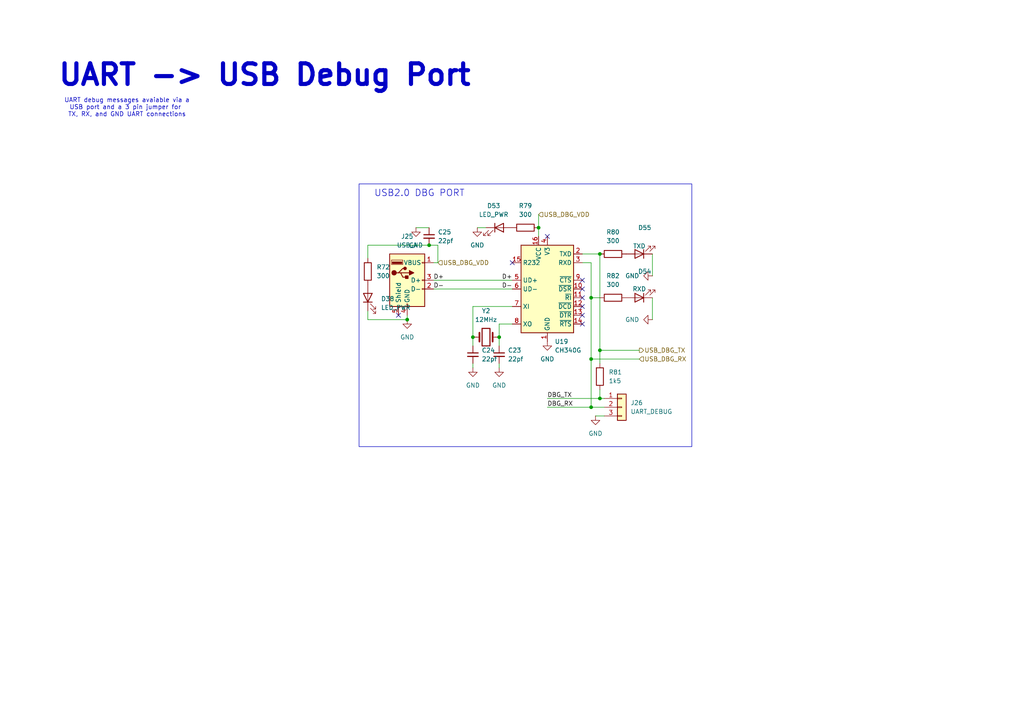
<source format=kicad_sch>
(kicad_sch (version 20250114) (generator "eeschema") (generator_version "9.0")
  (paper "A4")
  (title_block (date "2025-06") (rev "2"))
  (lib_symbols
    (symbol "Connector:USB_A" (pin_names (offset 1.016))
      (property "Reference" "J" (at -5.08 11.43 0))
      (property "Value" "USB_A" (at -5.08 8.89 0))
      (symbol "USB_A_0_1"
        (rectangle (start -5.08 -7.62) (end 5.08 7.62) (stroke (width 0.254)) (fill (type background)))
        (circle (center -3.81 2.159) (radius 0.635) (stroke (width 0.254)) (fill (type outline)))
        (polyline (pts (xy -3.175 2.159) (xy -2.54 2.159) (xy -1.27 3.429) (xy -0.635 3.429)) (stroke (width 0.254)))
        (polyline (pts (xy -2.54 2.159) (xy -1.905 2.159) (xy -1.27 0.889) (xy 0 0.889)) (stroke (width 0.254)))
        (rectangle (start -1.524 4.826) (end -4.318 5.334) (fill (type outline)))
        (rectangle (start -1.27 4.572) (end -4.572 5.842))
        (circle (center -0.635 3.429) (radius 0.381) (stroke (width 0.254)) (fill (type outline)))
        (rectangle (start -0.127 -7.62) (end 0.127 -6.858))
        (rectangle (start 0.254 1.27) (end -0.508 0.508) (stroke (width 0.254)) (fill (type outline)))
        (polyline (pts (xy 0.635 2.794) (xy 0.635 1.524) (xy 1.905 2.159) (xy 0.635 2.794)) (stroke (width 0.254)) (fill (type outline)))
        (rectangle (start 5.08 4.953) (end 4.318 5.207))
        (rectangle (start 5.08 -0.127) (end 4.318 0.127))
        (rectangle (start 5.08 -2.667) (end 4.318 -2.413))
      )
      (symbol "USB_A_1_1"
        (polyline (pts (xy -1.905 2.159) (xy 0.635 2.159)) (stroke (width 0.254)))
        (pin passive line (at -2.54 -10.16 90) (length 2.54) (name "Shield") (number "5"))
        (pin power_in line (at 0 -10.16 90) (length 2.54) (name "GND") (number "4"))
        (pin power_in line (at 7.62 5.08 180) (length 2.54) (name "VBUS") (number "1"))
        (pin bidirectional line (at 7.62 0 180) (length 2.54) (name "D+") (number "3"))
        (pin bidirectional line (at 7.62 -2.54 180) (length 2.54) (name "D-") (number "2"))
      )
    )
    (symbol "Connector_Generic:Conn_01x03" (pin_names (offset 1.016) (hide yes))
      (property "Reference" "J" (at 0 5.08 0))
      (property "Value" "Conn_01x03" (at 0 -5.08 0))
      (symbol "Conn_01x03_1_1"
        (rectangle (start -1.27 3.81) (end 1.27 -3.81) (stroke (width 0.254)) (fill (type background)))
        (rectangle (start -1.27 2.667) (end 0 2.413) (stroke (width 0.1524)))
        (rectangle (start -1.27 0.127) (end 0 -0.127) (stroke (width 0.1524)))
        (rectangle (start -1.27 -2.413) (end 0 -2.667) (stroke (width 0.1524)))
        (pin passive line (at -5.08 2.54 0) (length 3.81) (name "Pin_1") (number "1"))
        (pin passive line (at -5.08 0 0) (length 3.81) (name "Pin_2") (number "2"))
        (pin passive line (at -5.08 -2.54 0) (length 3.81) (name "Pin_3") (number "3"))
      )
    )
    (symbol "Device:C_Small" (pin_numbers (hide yes)) (pin_names (offset 0.254) (hide yes))
      (property "Reference" "C" (at 0.254 1.778 0))
      (property "Value" "C_Small" (at 0.254 -2.032 0))
      (symbol "C_Small_0_1"
        (polyline (pts (xy -1.524 0.508) (xy 1.524 0.508)) (stroke (width 0.3048)))
        (polyline (pts (xy -1.524 -0.508) (xy 1.524 -0.508)) (stroke (width 0.3302)))
      )
      (symbol "C_Small_1_1"
        (pin passive line (at 0 2.54 270) (length 2.032) (name "~") (number "1"))
        (pin passive line (at 0 -2.54 90) (length 2.032) (name "~") (number "2"))
      )
    )
    (symbol "Device:Crystal" (pin_numbers (hide yes)) (pin_names (offset 1.016) (hide yes))
      (property "Reference" "Y" (at 0 3.81 0))
      (property "Value" "Crystal" (at 0 -3.81 0))
      (symbol "Crystal_0_1"
        (polyline (pts (xy -2.54 0) (xy -1.905 0)))
        (polyline (pts (xy -1.905 -1.27) (xy -1.905 1.27)) (stroke (width 0.508)))
        (rectangle (start -1.143 2.54) (end 1.143 -2.54) (stroke (width 0.3048)))
        (polyline (pts (xy 1.905 -1.27) (xy 1.905 1.27)) (stroke (width 0.508)))
        (polyline (pts (xy 2.54 0) (xy 1.905 0)))
      )
      (symbol "Crystal_1_1"
        (pin passive line (at -3.81 0 0) (length 1.27) (name "1") (number "1"))
        (pin passive line (at 3.81 0 180) (length 1.27) (name "2") (number "2"))
      )
    )
    (symbol "Device:LED" (pin_numbers (hide yes)) (pin_names (offset 1.016) (hide yes))
      (property "Reference" "D" (at 0 2.54 0))
      (property "Value" "LED" (at 0 -2.54 0))
      (symbol "LED_0_1"
        (polyline (pts (xy -3.048 -0.762) (xy -4.572 -2.286) (xy -3.81 -2.286) (xy -4.572 -2.286) (xy -4.572 -1.524)))
        (polyline (pts (xy -1.778 -0.762) (xy -3.302 -2.286) (xy -2.54 -2.286) (xy -3.302 -2.286) (xy -3.302 -1.524)))
        (polyline (pts (xy -1.27 0) (xy 1.27 0)))
        (polyline (pts (xy -1.27 -1.27) (xy -1.27 1.27)) (stroke (width 0.254)))
        (polyline (pts (xy 1.27 -1.27) (xy 1.27 1.27) (xy -1.27 0) (xy 1.27 -1.27)) (stroke (width 0.254)))
      )
      (symbol "LED_1_1"
        (pin passive line (at -3.81 0 0) (length 2.54) (name "K") (number "1"))
        (pin passive line (at 3.81 0 180) (length 2.54) (name "A") (number "2"))
      )
    )
    (symbol "Device:R" (pin_numbers (hide yes)) (pin_names (offset 0))
      (property "Reference" "R" (at 2.032 0 90))
      (property "Value" "R" (at 0 0 90))
      (symbol "R_0_1"
        (rectangle (start -1.016 -2.54) (end 1.016 2.54) (stroke (width 0.254)))
      )
      (symbol "R_1_1"
        (pin passive line (at 0 3.81 270) (length 1.27) (name "~") (number "1"))
        (pin passive line (at 0 -3.81 90) (length 1.27) (name "~") (number "2"))
      )
    )
    (symbol "Interface_USB:CH340G"
      (property "Reference" "U" (at -5.08 13.97 0))
      (property "Value" "CH340G" (at 1.27 13.97 0))
      (symbol "CH340G_0_1"
        (rectangle (start -7.62 12.7) (end 7.62 -12.7) (stroke (width 0.254)) (fill (type background)))
      )
      (symbol "CH340G_1_1"
        (pin input line (at -10.16 7.62 0) (length 2.54) (name "R232") (number "15"))
        (pin bidirectional line (at -10.16 2.54 0) (length 2.54) (name "UD+") (number "5"))
        (pin bidirectional line (at -10.16 0 0) (length 2.54) (name "UD-") (number "6"))
        (pin input line (at -10.16 -5.08 0) (length 2.54) (name "XI") (number "7"))
        (pin output line (at -10.16 -10.16 0) (length 2.54) (name "XO") (number "8"))
        (pin power_in line (at -2.54 15.24 270) (length 2.54) (name "VCC") (number "16"))
        (pin power_out line (at 0 15.24 270) (length 2.54) (name "V3") (number "4"))
        (pin power_in line (at 0 -15.24 90) (length 2.54) (name "GND") (number "1"))
        (pin output line (at 10.16 10.16 180) (length 2.54) (name "TXD") (number "2"))
        (pin input line (at 10.16 7.62 180) (length 2.54) (name "RXD") (number "3"))
        (pin input line (at 10.16 2.54 180) (length 2.54) (name "~{CTS}") (number "9"))
        (pin input line (at 10.16 0 180) (length 2.54) (name "~{DSR}") (number "10"))
        (pin input line (at 10.16 -2.54 180) (length 2.54) (name "~{RI}") (number "11"))
        (pin input line (at 10.16 -5.08 180) (length 2.54) (name "~{DCD}") (number "12"))
        (pin output line (at 10.16 -7.62 180) (length 2.54) (name "~{DTR}") (number "13"))
        (pin output line (at 10.16 -10.16 180) (length 2.54) (name "~{RTS}") (number "14"))
      )
    )
    (symbol "power:GND" (power) (pin_numbers (hide yes)) (pin_names (offset 0) (hide yes))
      (property "Value" "GND" (at 0 -3.81 0))
      (symbol "GND_0_1"
        (polyline (pts (xy 0 0) (xy 0 -1.27) (xy 1.27 -1.27) (xy 0 -2.54) (xy -1.27 -1.27) (xy 0 -1.27)))
      )
      (symbol "GND_1_1"
        (pin power_in line (at 0 0 270) (length 0) (name "~") (number "1"))
      )
    )
  )
  (rectangle (start 104.14 53.34) (end 200.66 129.54))
  (text "UART -> USB Debug Port" (at 16.51 25.4 0) (effects (font (size 5.9944 5.9944) (thickness 1.1989) (bold yes)) (justify left bottom)))
  (text "UART debug messages avaiable via a\nUSB port and a 3 pin jumper for \nTX, RX, and GND UART connections" (at 36.83 31.242 0) (effects (font (size 1.27 1.27))))
  (text "USB2.0 DBG PORT" (at 121.666 56.134 0) (effects (font (size 1.905 1.905))))
  (junction (at 173.99 115.57))
  (junction (at 118.11 92.71))
  (junction (at 124.46 71.12))
  (junction (at 171.45 104.14))
  (junction (at 137.16 97.79))
  (junction (at 173.99 73.66))
  (junction (at 173.99 101.6))
  (junction (at 144.78 97.79))
  (junction (at 171.45 86.36))
  (junction (at 171.45 118.11))
  (junction (at 156.21 66.04))
  (no_connect (at 115.57 91.44))
  (no_connect (at 168.91 91.44))
  (no_connect (at 168.91 88.9))
  (no_connect (at 168.91 81.28))
  (no_connect (at 168.91 93.98))
  (no_connect (at 158.75 68.58))
  (no_connect (at 168.91 86.36))
  (no_connect (at 148.59 76.2))
  (no_connect (at 168.91 83.82))
  (wire (pts (xy 156.21 66.04) (xy 156.21 68.58)))
  (wire (pts (xy 144.78 93.98) (xy 144.78 97.79)))
  (wire (pts (xy 173.99 101.6) (xy 185.42 101.6)))
  (wire (pts (xy 124.46 71.12) (xy 127 71.12)))
  (wire (pts (xy 171.45 76.2) (xy 171.45 86.36)))
  (wire (pts (xy 137.16 88.9) (xy 148.59 88.9)))
  (wire (pts (xy 138.43 66.04) (xy 140.97 66.04)))
  (wire (pts (xy 137.16 97.79) (xy 137.16 100.33)))
  (wire (pts (xy 171.45 86.36) (xy 171.45 104.14)))
  (wire (pts (xy 156.21 62.23) (xy 156.21 66.04)))
  (wire (pts (xy 171.45 86.36) (xy 173.99 86.36)))
  (wire (pts (xy 171.45 104.14) (xy 171.45 118.11)))
  (wire (pts (xy 144.78 93.98) (xy 148.59 93.98)))
  (wire (pts (xy 189.23 73.66) (xy 189.23 80.01)))
  (wire (pts (xy 137.16 88.9) (xy 137.16 97.79)))
  (wire (pts (xy 173.99 101.6) (xy 173.99 105.41)))
  (wire (pts (xy 173.99 115.57) (xy 175.26 115.57)))
  (wire (pts (xy 172.72 120.65) (xy 175.26 120.65)))
  (wire (pts (xy 118.11 92.71) (xy 118.11 91.44)))
  (wire (pts (xy 171.45 104.14) (xy 185.42 104.14)))
  (wire (pts (xy 173.99 73.66) (xy 173.99 101.6)))
  (wire (pts (xy 137.16 105.41) (xy 137.16 106.68)))
  (wire (pts (xy 173.99 113.03) (xy 173.99 115.57)))
  (wire (pts (xy 118.11 92.71) (xy 106.68 92.71)))
  (wire (pts (xy 120.65 66.04) (xy 124.46 66.04)))
  (wire (pts (xy 106.68 71.12) (xy 124.46 71.12)))
  (wire (pts (xy 127 76.2) (xy 125.73 76.2)))
  (wire (pts (xy 189.23 86.36) (xy 189.23 92.71)))
  (wire (pts (xy 171.45 118.11) (xy 175.26 118.11)))
  (wire (pts (xy 168.91 73.66) (xy 173.99 73.66)))
  (wire (pts (xy 158.75 118.11) (xy 171.45 118.11)))
  (wire (pts (xy 125.73 83.82) (xy 148.59 83.82)))
  (wire (pts (xy 144.78 97.79) (xy 144.78 100.33)))
  (wire (pts (xy 144.78 105.41) (xy 144.78 106.68)))
  (wire (pts (xy 125.73 81.28) (xy 148.59 81.28)))
  (wire (pts (xy 106.68 92.71) (xy 106.68 90.17)))
  (wire (pts (xy 168.91 76.2) (xy 171.45 76.2)))
  (wire (pts (xy 158.75 115.57) (xy 173.99 115.57)))
  (wire (pts (xy 106.68 71.12) (xy 106.68 74.93)))
  (wire (pts (xy 127 71.12) (xy 127 76.2)))
  (label "D-" (at 125.73 83.82 0))
  (label "D+" (at 148.59 81.28 180))
  (label "D-" (at 148.59 83.82 180))
  (label "D+" (at 125.73 81.28 0))
  (label "DBG_RX" (at 158.75 118.11 0))
  (label "DBG_TX" (at 158.75 115.57 0))
  (hierarchical_label "USB_DBG_VDD" (shape input) (at 127 76.2 0))
  (hierarchical_label "USB_DBG_VDD" (shape input) (at 156.21 62.23 0))
  (hierarchical_label "USB_DBG_TX" (shape output) (at 185.42 101.6 0))
  (hierarchical_label "USB_DBG_RX" (shape input) (at 185.42 104.14 0))
  (symbol (lib_id "Device:C_Small") (at 124.46 68.58 0) (unit 1)
    (property "Reference" "C25" (at 127 67.3162 0) (effects (justify left)))
    (property "Value" "22pf" (at 127 69.8562 0) (effects (justify left)))
    (property "Footprint" "Capacitor_SMD:C_0805_2012Metric" (effects (hide yes)))
    (property "Description" "Unpolarized capacitor, small symbol" (effects (hide yes)))
    (instances (project "signalmesh" (path "" (reference "C25") (unit 1)) (path "" (reference "C32") (unit 1)) (path "" (reference "C29") (unit 1)) (path "" (reference "C26") (unit 1)) (path "" (reference "C35") (unit 1))))
  )
  (symbol (lib_id "Device:Crystal") (at 140.97 97.79 0) (unit 1)
    (property "Reference" "Y2" (at 140.97 90.17 0))
    (property "Value" "12MHz" (at 140.97 92.71 0))
    (property "Footprint" "Crystal:Crystal_HC49-4H_Vertical" (effects (hide yes)))
    (property "Description" "Two pin crystal" (effects (hide yes)))
    (instances (project "signalmesh" (path "" (reference "Y2") (unit 1)) (path "" (reference "Y8") (unit 1)) (path "" (reference "Y7") (unit 1)) (path "" (reference "Y5") (unit 1)) (path "" (reference "Y9") (unit 1))))
  )
  (symbol (lib_id "Device:R") (at 152.4 66.04 90) (unit 1)
    (property "Reference" "R79" (at 152.4 59.69 90))
    (property "Value" "300" (at 152.4 62.23 90))
    (property "Footprint" "Resistor_SMD:R_0805_2012Metric_Pad1.20x1.40mm_HandSolder" (effects (hide yes)))
    (property "Description" "Resistor" (effects (hide yes)))
    (property "DigiKey_Part_Number" "311-10.0KCRCT-ND" (effects (hide yes)))
    (property "Price" "0.0129" (effects (hide yes)))
    (instances (project "signalmesh" (path "" (reference "R79") (unit 1)) (path "" (reference "R94") (unit 1)) (path "" (reference "R89") (unit 1)) (path "" (reference "R84") (unit 1)) (path "" (reference "R99") (unit 1))))
  )
  (symbol (lib_id "Device:C_Small") (at 144.78 102.87 0) (unit 1)
    (property "Reference" "C23" (at 147.32 101.6062 0) (effects (justify left)))
    (property "Value" "22pf" (at 147.32 104.1462 0) (effects (justify left)))
    (property "Footprint" "Capacitor_SMD:C_0805_2012Metric" (effects (hide yes)))
    (property "Description" "Unpolarized capacitor, small symbol" (effects (hide yes)))
    (instances (project "signalmesh" (path "" (reference "C23") (unit 1)) (path "" (reference "C34") (unit 1)) (path "" (reference "C31") (unit 1)) (path "" (reference "C28") (unit 1)) (path "" (reference "C37") (unit 1))))
  )
  (symbol (lib_id "Device:C_Small") (at 137.16 102.87 0) (unit 1)
    (property "Reference" "C24" (at 139.7 101.6062 0) (effects (justify left)))
    (property "Value" "22pf" (at 139.7 104.1462 0) (effects (justify left)))
    (property "Footprint" "Capacitor_SMD:C_0805_2012Metric" (effects (hide yes)))
    (property "Description" "Unpolarized capacitor, small symbol" (effects (hide yes)))
    (instances (project "signalmesh" (path "" (reference "C24") (unit 1)) (path "" (reference "C33") (unit 1)) (path "" (reference "C30") (unit 1)) (path "" (reference "C27") (unit 1)) (path "" (reference "C36") (unit 1))))
  )
  (symbol (lib_id "power:GND") (at 189.23 92.71 270) (mirror x) (unit 1)
    (property "Reference" "#PWR0147" (effects (hide yes)))
    (property "Value" "GND" (at 185.42 92.7099 90) (effects (justify right)))
    (property "Description" "Power symbol creates a global label with name \"GND\" , ground" (effects (hide yes)))
    (instances (project "signalmesh" (path "" (reference "#PWR0147") (unit 1)) (path "" (reference "#PWR0201") (unit 1)) (path "" (reference "#PWR0192") (unit 1)) (path "" (reference "#PWR0183") (unit 1)) (path "" (reference "#PWR0210") (unit 1))))
  )
  (symbol (lib_id "Device:R") (at 177.8 73.66 90) (unit 1)
    (property "Reference" "R80" (at 177.8 67.31 90))
    (property "Value" "300" (at 177.8 69.85 90))
    (property "Footprint" "Resistor_SMD:R_0805_2012Metric_Pad1.20x1.40mm_HandSolder" (effects (hide yes)))
    (property "Description" "Resistor" (effects (hide yes)))
    (property "DigiKey_Part_Number" "311-10.0KCRCT-ND" (effects (hide yes)))
    (property "Price" "0.0129" (effects (hide yes)))
    (instances (project "signalmesh" (path "" (reference "R80") (unit 1)) (path "" (reference "R96") (unit 1)) (path "" (reference "R91") (unit 1)) (path "" (reference "R86") (unit 1)) (path "" (reference "R101") (unit 1))))
  )
  (symbol (lib_id "power:GND") (at 137.16 106.68 0) (mirror y) (unit 1)
    (property "Reference" "#PWR0142" (effects (hide yes)))
    (property "Value" "GND" (at 137.16 111.76 0))
    (property "Description" "Power symbol creates a global label with name \"GND\" , ground" (effects (hide yes)))
    (instances (project "signalmesh" (path "" (reference "#PWR0142") (unit 1)) (path "" (reference "#PWR0195") (unit 1)) (path "" (reference "#PWR0186") (unit 1)) (path "" (reference "#PWR0139") (unit 1)) (path "" (reference "#PWR0204") (unit 1))))
  )
  (symbol (lib_id "Device:LED") (at 144.78 66.04 0) (unit 1)
    (property "Reference" "D53" (at 143.1925 59.69 0))
    (property "Value" "LED_PWR" (at 143.1925 62.23 0))
    (property "Footprint" "LED_SMD:LED_0603_1608Metric" (effects (hide yes)))
    (property "Description" "Light emitting diode" (effects (hide yes)))
    (property "Sim.Pins" "1=K 2=A" (effects (hide yes)))
    (instances (project "signalmesh" (path "" (reference "D53") (unit 1)) (path "" (reference "D65") (unit 1)) (path "" (reference "D61") (unit 1)) (path "" (reference "D57") (unit 1)) (path "" (reference "D69") (unit 1))))
  )
  (symbol (lib_id "power:GND") (at 172.72 120.65 0) (unit 1)
    (property "Reference" "#PWR098" (effects (hide yes)))
    (property "Value" "GND" (at 172.72 125.73 0))
    (property "Description" "Power symbol creates a global label with name \"GND\" , ground" (effects (hide yes)))
    (instances (project "signalmesh" (path "" (reference "#PWR098") (unit 1)) (path "" (reference "#PWR0199") (unit 1)) (path "" (reference "#PWR0190") (unit 1)) (path "" (reference "#PWR0181") (unit 1)) (path "" (reference "#PWR0208") (unit 1))))
  )
  (symbol (lib_id "power:GND") (at 189.23 80.01 270) (mirror x) (unit 1)
    (property "Reference" "#PWR0146" (effects (hide yes)))
    (property "Value" "GND" (at 185.42 80.0099 90) (effects (justify right)))
    (property "Description" "Power symbol creates a global label with name \"GND\" , ground" (effects (hide yes)))
    (instances (project "signalmesh" (path "" (reference "#PWR0146") (unit 1)) (path "" (reference "#PWR0200") (unit 1)) (path "" (reference "#PWR0191") (unit 1)) (path "" (reference "#PWR0182") (unit 1)) (path "" (reference "#PWR0209") (unit 1))))
  )
  (symbol (lib_id "power:GND") (at 118.11 92.71 0) (unit 1)
    (property "Reference" "#PWR0141" (effects (hide yes)))
    (property "Value" "GND" (at 118.11 97.79 0))
    (property "Description" "Power symbol creates a global label with name \"GND\" , ground" (effects (hide yes)))
    (instances (project "signalmesh" (path "" (reference "#PWR0141") (unit 1)) (path "" (reference "#PWR0193") (unit 1)) (path "" (reference "#PWR0184") (unit 1)) (path "" (reference "#PWR0137") (unit 1)) (path "" (reference "#PWR0202") (unit 1))))
  )
  (symbol (lib_id "power:GND") (at 144.78 106.68 0) (mirror y) (unit 1)
    (property "Reference" "#PWR0144" (effects (hide yes)))
    (property "Value" "GND" (at 144.78 111.76 0))
    (property "Description" "Power symbol creates a global label with name \"GND\" , ground" (effects (hide yes)))
    (instances (project "signalmesh" (path "" (reference "#PWR0144") (unit 1)) (path "" (reference "#PWR0197") (unit 1)) (path "" (reference "#PWR0188") (unit 1)) (path "" (reference "#PWR0176") (unit 1)) (path "" (reference "#PWR0206") (unit 1))))
  )
  (symbol (lib_id "Device:R") (at 177.8 86.36 90) (unit 1)
    (property "Reference" "R82" (at 177.8 80.01 90))
    (property "Value" "300" (at 177.8 82.55 90))
    (property "Footprint" "Resistor_SMD:R_0805_2012Metric_Pad1.20x1.40mm_HandSolder" (effects (hide yes)))
    (property "Description" "Resistor" (effects (hide yes)))
    (property "DigiKey_Part_Number" "311-10.0KCRCT-ND" (effects (hide yes)))
    (property "Price" "0.0129" (effects (hide yes)))
    (instances (project "signalmesh" (path "" (reference "R82") (unit 1)) (path "" (reference "R97") (unit 1)) (path "" (reference "R92") (unit 1)) (path "" (reference "R87") (unit 1)) (path "" (reference "R102") (unit 1))))
  )
  (symbol (lib_id "Connector_Generic:Conn_01x03") (at 180.34 118.11 0) (unit 1)
    (property "Reference" "J26" (at 182.88 116.8399 0) (effects (justify left)))
    (property "Value" "UART_DEBUG" (at 182.88 119.3799 0) (effects (justify left)))
    (property "Footprint" "Connector_PinHeader_1.00mm:PinHeader_1x03_P1.00mm_Horizontal" (effects (hide yes)))
    (property "Description" "Generic connector, single row, 01x03, script generated (kicad-library-utils/schlib/autogen/connector/)" (effects (hide yes)))
    (instances (project "signalmesh" (path "" (reference "J26") (unit 1)) (path "" (reference "J32") (unit 1)) (path "" (reference "J30") (unit 1)) (path "" (reference "J28") (unit 1)) (path "" (reference "J34") (unit 1))))
  )
  (symbol (lib_id "power:GND") (at 158.75 99.06 0) (mirror y) (unit 1)
    (property "Reference" "#PWR0145" (effects (hide yes)))
    (property "Value" "GND" (at 158.75 104.14 0))
    (property "Description" "Power symbol creates a global label with name \"GND\" , ground" (effects (hide yes)))
    (instances (project "signalmesh" (path "" (reference "#PWR0145") (unit 1)) (path "" (reference "#PWR0198") (unit 1)) (path "" (reference "#PWR0189") (unit 1)) (path "" (reference "#PWR0179") (unit 1)) (path "" (reference "#PWR0207") (unit 1))))
  )
  (symbol (lib_id "Connector:USB_A") (at 118.11 81.28 0) (unit 1)
    (property "Reference" "J25" (at 118.11 68.58 0))
    (property "Value" "USB_A" (at 118.11 71.12 0))
    (property "Footprint" "Connector_USB:USB_A_CNCTech_1001-011-01101_Horizontal" (effects (hide yes)))
    (property "Description" "USB Type A connector" (effects (hide yes)))
    (instances (project "signalmesh" (path "" (reference "J25") (unit 1)) (path "" (reference "J31") (unit 1)) (path "" (reference "J29") (unit 1)) (path "" (reference "J27") (unit 1)) (path "" (reference "J33") (unit 1))))
  )
  (symbol (lib_id "power:GND") (at 138.43 66.04 0) (mirror y) (unit 1)
    (property "Reference" "#PWR0143" (effects (hide yes)))
    (property "Value" "GND" (at 138.43 71.12 0))
    (property "Description" "Power symbol creates a global label with name \"GND\" , ground" (effects (hide yes)))
    (instances (project "signalmesh" (path "" (reference "#PWR0143") (unit 1)) (path "" (reference "#PWR0196") (unit 1)) (path "" (reference "#PWR0187") (unit 1)) (path "" (reference "#PWR0148") (unit 1)) (path "" (reference "#PWR0205") (unit 1))))
  )
  (symbol (lib_id "Device:LED") (at 106.68 86.36 90) (unit 1)
    (property "Reference" "D38" (at 110.49 86.6774 90) (effects (justify right)))
    (property "Value" "LED_PWR" (at 110.49 89.2174 90) (effects (justify right)))
    (property "Footprint" "LED_SMD:LED_0603_1608Metric" (effects (hide yes)))
    (property "Description" "Light emitting diode" (effects (hide yes)))
    (property "Sim.Pins" "1=K 2=A" (effects (hide yes)))
    (instances (project "signalmesh" (path "" (reference "D38") (unit 1)) (path "" (reference "D64") (unit 1)) (path "" (reference "D60") (unit 1)) (path "" (reference "D56") (unit 1)) (path "" (reference "D68") (unit 1))))
  )
  (symbol (lib_id "Interface_USB:CH340G") (at 158.75 83.82 0) (unit 1)
    (property "Reference" "U19" (at 160.8933 99.06 0) (effects (justify left)))
    (property "Value" "CH340G" (at 160.8933 101.6 0) (effects (justify left)))
    (property "Footprint" "Package_SO:SOIC-16_3.9x9.9mm_P1.27mm" (effects (hide yes)))
    (property "Datasheet" "http://www.datasheet5.com/pdf-local-2195953" (effects (hide yes)))
    (property "Description" "USB serial converter, UART, SOIC-16" (effects (hide yes)))
    (instances (project "signalmesh" (path "" (reference "U19") (unit 1)) (path "" (reference "U39") (unit 1)) (path "" (reference "U38") (unit 1)) (path "" (reference "U37") (unit 1)) (path "" (reference "U40") (unit 1))))
  )
  (symbol (lib_id "Device:LED") (at 185.42 86.36 180) (unit 1)
    (property "Reference" "D54" (at 187.0075 78.74 0))
    (property "Value" "RXD" (at 185.42 83.82 0))
    (property "Footprint" "LED_SMD:LED_0603_1608Metric" (effects (hide yes)))
    (property "Description" "Light emitting diode" (effects (hide yes)))
    (property "Sim.Pins" "1=K 2=A" (effects (hide yes)))
    (instances (project "signalmesh" (path "" (reference "D54") (unit 1)) (path "" (reference "D67") (unit 1)) (path "" (reference "D63") (unit 1)) (path "" (reference "D59") (unit 1)) (path "" (reference "D71") (unit 1))))
  )
  (symbol (lib_id "power:GND") (at 120.65 66.04 0) (unit 1)
    (property "Reference" "#PWR0177" (effects (hide yes)))
    (property "Value" "GND" (at 120.65 71.12 0))
    (property "Description" "Power symbol creates a global label with name \"GND\" , ground" (effects (hide yes)))
    (instances (project "signalmesh" (path "" (reference "#PWR0177") (unit 1)) (path "" (reference "#PWR0194") (unit 1)) (path "" (reference "#PWR0185") (unit 1)) (path "" (reference "#PWR0138") (unit 1)) (path "" (reference "#PWR0203") (unit 1))))
  )
  (symbol (lib_id "Device:R") (at 106.68 78.74 180) (unit 1)
    (property "Reference" "R72" (at 109.22 77.4699 0) (effects (justify right)))
    (property "Value" "300" (at 109.22 80.0099 0) (effects (justify right)))
    (property "Footprint" "Resistor_SMD:R_0805_2012Metric_Pad1.20x1.40mm_HandSolder" (effects (hide yes)))
    (property "Description" "Resistor" (effects (hide yes)))
    (property "DigiKey_Part_Number" "311-10.0KCRCT-ND" (effects (hide yes)))
    (property "Price" "0.0129" (effects (hide yes)))
    (instances (project "signalmesh" (path "" (reference "R72") (unit 1)) (path "" (reference "R93") (unit 1)) (path "" (reference "R88") (unit 1)) (path "" (reference "R83") (unit 1)) (path "" (reference "R98") (unit 1))))
  )
  (symbol (lib_id "Device:LED") (at 185.42 73.66 180) (unit 1)
    (property "Reference" "D55" (at 187.0075 66.04 0))
    (property "Value" "TXD" (at 185.42 71.374 0))
    (property "Footprint" "LED_SMD:LED_0603_1608Metric" (effects (hide yes)))
    (property "Description" "Light emitting diode" (effects (hide yes)))
    (property "Sim.Pins" "1=K 2=A" (effects (hide yes)))
    (instances (project "signalmesh" (path "" (reference "D55") (unit 1)) (path "" (reference "D66") (unit 1)) (path "" (reference "D62") (unit 1)) (path "" (reference "D58") (unit 1)) (path "" (reference "D70") (unit 1))))
  )
  (symbol (lib_id "Device:R") (at 173.99 109.22 180) (unit 1)
    (property "Reference" "R81" (at 176.53 107.9499 0) (effects (justify right)))
    (property "Value" "1k5" (at 176.53 110.4899 0) (effects (justify right)))
    (property "Footprint" "Resistor_SMD:R_0805_2012Metric_Pad1.20x1.40mm_HandSolder" (effects (hide yes)))
    (property "Description" "Resistor" (effects (hide yes)))
    (property "DigiKey_Part_Number" "311-10.0KCRCT-ND" (effects (hide yes)))
    (property "Price" "0.0129" (effects (hide yes)))
    (instances (project "signalmesh" (path "" (reference "R81") (unit 1)) (path "" (reference "R95") (unit 1)) (path "" (reference "R90") (unit 1)) (path "" (reference "R85") (unit 1)) (path "" (reference "R100") (unit 1))))
  )
)
</source>
